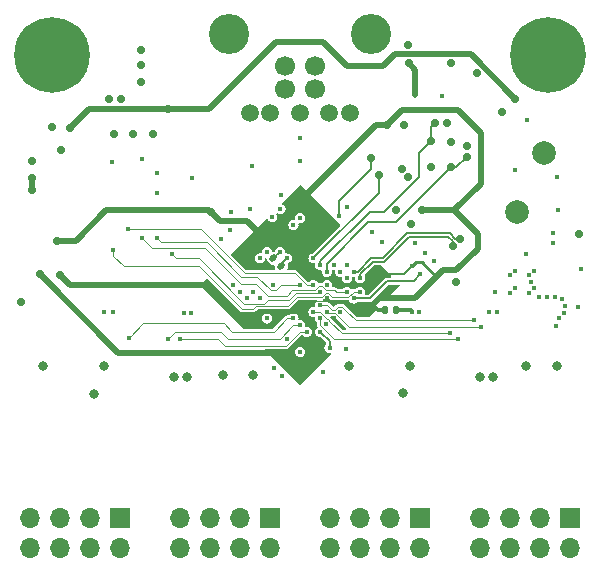
<source format=gbr>
%TF.GenerationSoftware,KiCad,Pcbnew,7.0.6*%
%TF.CreationDate,2023-10-15T13:38:33+02:00*%
%TF.ProjectId,fx3lahw,6678336c-6168-4772-9e6b-696361645f70,rev?*%
%TF.SameCoordinates,Original*%
%TF.FileFunction,Copper,L6,Bot*%
%TF.FilePolarity,Positive*%
%FSLAX46Y46*%
G04 Gerber Fmt 4.6, Leading zero omitted, Abs format (unit mm)*
G04 Created by KiCad (PCBNEW 7.0.6) date 2023-10-15 13:38:33*
%MOMM*%
%LPD*%
G01*
G04 APERTURE LIST*
G04 Aperture macros list*
%AMRoundRect*
0 Rectangle with rounded corners*
0 $1 Rounding radius*
0 $2 $3 $4 $5 $6 $7 $8 $9 X,Y pos of 4 corners*
0 Add a 4 corners polygon primitive as box body*
4,1,4,$2,$3,$4,$5,$6,$7,$8,$9,$2,$3,0*
0 Add four circle primitives for the rounded corners*
1,1,$1+$1,$2,$3*
1,1,$1+$1,$4,$5*
1,1,$1+$1,$6,$7*
1,1,$1+$1,$8,$9*
0 Add four rect primitives between the rounded corners*
20,1,$1+$1,$2,$3,$4,$5,0*
20,1,$1+$1,$4,$5,$6,$7,0*
20,1,$1+$1,$6,$7,$8,$9,0*
20,1,$1+$1,$8,$9,$2,$3,0*%
G04 Aperture macros list end*
%TA.AperFunction,ComponentPad*%
%ADD10C,1.700000*%
%TD*%
%TA.AperFunction,ComponentPad*%
%ADD11C,1.500000*%
%TD*%
%TA.AperFunction,ComponentPad*%
%ADD12C,3.400000*%
%TD*%
%TA.AperFunction,ComponentPad*%
%ADD13R,1.700000X1.700000*%
%TD*%
%TA.AperFunction,ComponentPad*%
%ADD14O,1.700000X1.700000*%
%TD*%
%TA.AperFunction,ComponentPad*%
%ADD15C,6.400000*%
%TD*%
%TA.AperFunction,SMDPad,CuDef*%
%ADD16RoundRect,0.140000X-0.140000X-0.170000X0.140000X-0.170000X0.140000X0.170000X-0.140000X0.170000X0*%
%TD*%
%TA.AperFunction,SMDPad,CuDef*%
%ADD17C,2.000000*%
%TD*%
%TA.AperFunction,SMDPad,CuDef*%
%ADD18RoundRect,0.140000X0.219203X0.021213X0.021213X0.219203X-0.219203X-0.021213X-0.021213X-0.219203X0*%
%TD*%
%TA.AperFunction,ViaPad*%
%ADD19C,0.450000*%
%TD*%
%TA.AperFunction,ViaPad*%
%ADD20C,0.700000*%
%TD*%
%TA.AperFunction,ViaPad*%
%ADD21C,0.800000*%
%TD*%
%TA.AperFunction,Conductor*%
%ADD22C,0.177300*%
%TD*%
%TA.AperFunction,Conductor*%
%ADD23C,0.500000*%
%TD*%
%TA.AperFunction,Conductor*%
%ADD24C,0.200000*%
%TD*%
%TA.AperFunction,Conductor*%
%ADD25C,0.300000*%
%TD*%
%TA.AperFunction,Conductor*%
%ADD26C,0.110000*%
%TD*%
%TA.AperFunction,Conductor*%
%ADD27C,0.250000*%
%TD*%
G04 APERTURE END LIST*
D10*
%TO.P,J1,1,VBUS*%
%TO.N,/VBUS_IN*%
X80985000Y-154384000D03*
%TO.P,J1,2,D-*%
%TO.N,/SS_D-*%
X83485000Y-154384000D03*
%TO.P,J1,3,D+*%
%TO.N,/SS_D+*%
X83485000Y-152384000D03*
%TO.P,J1,4,GND*%
%TO.N,GND*%
X80985000Y-152384000D03*
D11*
%TO.P,J1,5,SSTX-*%
%TO.N,/SSTX-*%
X86485000Y-156384000D03*
%TO.P,J1,6,SSTX+*%
%TO.N,/SSTX+*%
X84735000Y-156384000D03*
%TO.P,J1,7,DRAIN*%
%TO.N,GND*%
X82235000Y-156384000D03*
%TO.P,J1,8,SSRX-*%
%TO.N,/SSRX-*%
X79735000Y-156384000D03*
%TO.P,J1,9,SSRX+*%
%TO.N,/SSRX+*%
X77985000Y-156384000D03*
D12*
%TO.P,J1,10,SHIELD*%
%TO.N,unconnected-(J1-SHIELD-Pad10)*%
X88255000Y-149674000D03*
X76215000Y-149674000D03*
%TD*%
D13*
%TO.P,J3,1,Pin_1*%
%TO.N,Net-(J3-Pin_1)*%
X79716000Y-190707371D03*
D14*
%TO.P,J3,2,Pin_2*%
%TO.N,GND*%
X79716000Y-193247371D03*
%TO.P,J3,3,Pin_3*%
%TO.N,Net-(J3-Pin_3)*%
X77176000Y-190707371D03*
%TO.P,J3,4,Pin_4*%
%TO.N,GND*%
X77176000Y-193247371D03*
%TO.P,J3,5,Pin_5*%
%TO.N,Net-(J3-Pin_5)*%
X74636000Y-190707371D03*
%TO.P,J3,6,Pin_6*%
%TO.N,GND*%
X74636000Y-193247371D03*
%TO.P,J3,7,Pin_7*%
%TO.N,Net-(J3-Pin_7)*%
X72096000Y-190707371D03*
%TO.P,J3,8,Pin_8*%
%TO.N,GND*%
X72096000Y-193247371D03*
%TD*%
D13*
%TO.P,J5,1,Pin_1*%
%TO.N,Net-(J5-Pin_1)*%
X105116000Y-190707371D03*
D14*
%TO.P,J5,2,Pin_2*%
%TO.N,GND*%
X105116000Y-193247371D03*
%TO.P,J5,3,Pin_3*%
%TO.N,Net-(J5-Pin_3)*%
X102576000Y-190707371D03*
%TO.P,J5,4,Pin_4*%
%TO.N,GND*%
X102576000Y-193247371D03*
%TO.P,J5,5,Pin_5*%
%TO.N,Net-(J5-Pin_5)*%
X100036000Y-190707371D03*
%TO.P,J5,6,Pin_6*%
%TO.N,GND*%
X100036000Y-193247371D03*
%TO.P,J5,7,Pin_7*%
%TO.N,Net-(J5-Pin_7)*%
X97496000Y-190707371D03*
%TO.P,J5,8,Pin_8*%
%TO.N,GND*%
X97496000Y-193247371D03*
%TD*%
D15*
%TO.P,H1,1,1*%
%TO.N,GND*%
X61266000Y-151457371D03*
%TD*%
D13*
%TO.P,J4,1,Pin_1*%
%TO.N,Net-(J4-Pin_1)*%
X92416000Y-190707371D03*
D14*
%TO.P,J4,2,Pin_2*%
%TO.N,GND*%
X92416000Y-193247371D03*
%TO.P,J4,3,Pin_3*%
%TO.N,Net-(J4-Pin_3)*%
X89876000Y-190707371D03*
%TO.P,J4,4,Pin_4*%
%TO.N,GND*%
X89876000Y-193247371D03*
%TO.P,J4,5,Pin_5*%
%TO.N,Net-(J4-Pin_5)*%
X87336000Y-190707371D03*
%TO.P,J4,6,Pin_6*%
%TO.N,GND*%
X87336000Y-193247371D03*
%TO.P,J4,7,Pin_7*%
%TO.N,Net-(J4-Pin_7)*%
X84796000Y-190707371D03*
%TO.P,J4,8,Pin_8*%
%TO.N,GND*%
X84796000Y-193247371D03*
%TD*%
D13*
%TO.P,J2,1,Pin_1*%
%TO.N,Net-(J2-Pin_1)*%
X67016000Y-190707371D03*
D14*
%TO.P,J2,2,Pin_2*%
%TO.N,GND*%
X67016000Y-193247371D03*
%TO.P,J2,3,Pin_3*%
%TO.N,Net-(J2-Pin_3)*%
X64476000Y-190707371D03*
%TO.P,J2,4,Pin_4*%
%TO.N,GND*%
X64476000Y-193247371D03*
%TO.P,J2,5,Pin_5*%
%TO.N,Net-(J2-Pin_5)*%
X61936000Y-190707371D03*
%TO.P,J2,6,Pin_6*%
%TO.N,GND*%
X61936000Y-193247371D03*
%TO.P,J2,7,Pin_7*%
%TO.N,Net-(J2-Pin_7)*%
X59396000Y-190707371D03*
%TO.P,J2,8,Pin_8*%
%TO.N,GND*%
X59396000Y-193247371D03*
%TD*%
D15*
%TO.P,H2,1,1*%
%TO.N,GND*%
X103266000Y-151457371D03*
%TD*%
D16*
%TO.P,C27,1*%
%TO.N,+1V2*%
X89451864Y-173106974D03*
%TO.P,C27,2*%
%TO.N,GND*%
X90411864Y-173106974D03*
%TD*%
D17*
%TO.P,TP2,1,1*%
%TO.N,/I2C_SCL*%
X102916000Y-159757371D03*
%TD*%
%TO.P,TP1,1,1*%
%TO.N,/I2C_SDA*%
X100616000Y-164807371D03*
%TD*%
D18*
%TO.P,C16,1*%
%TO.N,+3V3*%
X80682082Y-169373453D03*
%TO.P,C16,2*%
%TO.N,GND*%
X80003260Y-168694631D03*
%TD*%
D19*
%TO.N,/SS_D+*%
X86791480Y-169826001D03*
%TO.N,/SS_D-*%
X87357165Y-170391686D03*
D20*
%TO.N,/VBUS_IN*%
X91459500Y-152176629D03*
D19*
X91995782Y-154891917D03*
D20*
%TO.N,Net-(U1A-XTALOUT)*%
X96408125Y-160096219D03*
X95050481Y-161001315D03*
D19*
X84528742Y-169826001D03*
D20*
%TO.N,GND*%
X61222518Y-157607205D03*
D19*
X80600000Y-164500000D03*
X78306205Y-171523056D03*
X102066000Y-169726000D03*
X102517523Y-171926000D03*
X78000000Y-164550000D03*
D20*
X66539957Y-158172890D03*
D19*
X78871888Y-168694630D03*
X101516000Y-156957371D03*
X101666000Y-170126000D03*
D20*
X59525463Y-160435630D03*
D19*
X85094428Y-169260316D03*
D20*
X95050481Y-152192066D03*
D19*
X89205411Y-167317960D03*
D21*
X91543001Y-177784000D03*
D19*
X82266001Y-165300518D03*
D20*
X99369315Y-156269807D03*
D19*
X80568944Y-168128945D03*
X104566000Y-173326000D03*
X75600000Y-167050000D03*
D20*
X62014477Y-159530534D03*
D19*
X72400000Y-173300000D03*
D20*
X91430097Y-161793274D03*
D19*
X106024770Y-169599727D03*
X85660113Y-169826001D03*
X82250000Y-160450000D03*
X65700000Y-173200000D03*
X104666000Y-172726000D03*
X102066000Y-171226000D03*
X84528742Y-170957372D03*
X84189329Y-178311276D03*
X70160341Y-163150918D03*
X94255388Y-154911230D03*
X80739120Y-178625914D03*
D20*
X97209316Y-152989810D03*
D21*
X71589306Y-178743946D03*
D19*
X104416000Y-172176000D03*
D20*
X91090686Y-157380931D03*
D19*
X66400000Y-173200000D03*
X101366000Y-168326000D03*
X98766000Y-171526000D03*
X88316946Y-166473380D03*
D21*
X64835000Y-180184000D03*
D20*
X91430097Y-150608148D03*
D19*
X103891000Y-174434000D03*
D20*
X67105642Y-155231328D03*
D19*
X86221346Y-164388472D03*
X78150000Y-160900004D03*
X79437573Y-173785799D03*
X70160341Y-161453863D03*
X66313683Y-160548767D03*
D21*
X97497307Y-178743946D03*
X75765999Y-178571280D03*
D19*
X86112658Y-176387947D03*
X92014412Y-167431494D03*
X98266000Y-173226000D03*
X103196345Y-171926000D03*
D21*
X65635000Y-177784000D03*
D19*
X101666000Y-171626000D03*
D20*
X93353426Y-161001315D03*
D19*
X92858919Y-168234042D03*
X92366000Y-173226000D03*
D20*
X66087409Y-155231328D03*
D19*
X68915834Y-160322493D03*
X76609146Y-170957372D03*
D20*
X69820930Y-158172890D03*
D19*
X101847459Y-170660707D03*
X77740520Y-172088741D03*
D20*
X90411864Y-164621699D03*
D21*
X101400000Y-177800000D03*
D19*
X86225799Y-169260316D03*
X78871890Y-172088741D03*
X103875167Y-171926000D03*
X93558919Y-168934042D03*
X103666000Y-167426000D03*
D20*
X95050481Y-158851712D03*
D19*
X82250000Y-158500000D03*
D20*
X94711070Y-157267794D03*
D19*
X76400000Y-164800000D03*
X104166000Y-173726000D03*
X80650000Y-163350000D03*
X84424858Y-174219486D03*
X76300000Y-166300000D03*
X91766000Y-173226000D03*
D21*
X90935000Y-180084000D03*
D19*
X82266001Y-176614226D03*
X86225799Y-170391687D03*
D20*
X96408125Y-159191123D03*
D19*
X77174832Y-171523057D03*
D20*
%TO.N,Net-(U1A-XTALIN)*%
X93692837Y-157267794D03*
D19*
X83963057Y-169260316D03*
D20*
X93353426Y-158738575D03*
%TO.N,Net-(U1A-RESET_N)*%
X88966000Y-161657371D03*
D19*
X83397371Y-168694630D03*
%TO.N,+1V2*%
X78871888Y-173220114D03*
D20*
X92561467Y-164621699D03*
D19*
X83397371Y-175482854D03*
X82266001Y-167563259D03*
D20*
X60204285Y-170052275D03*
D19*
X91769508Y-169373453D03*
X85094428Y-173785799D03*
X78306203Y-169260316D03*
X83963055Y-176727358D03*
D20*
X61675066Y-167223850D03*
X61901340Y-170082953D03*
X89619905Y-157380931D03*
X74685821Y-164734836D03*
X59525463Y-162924644D03*
D19*
X86791484Y-170957372D03*
X80003259Y-174351485D03*
X84528742Y-172088742D03*
D20*
X59525463Y-161906411D03*
D19*
%TO.N,Net-(U1C-U3TXVDDQ)*%
X85516000Y-165076000D03*
D20*
X88262261Y-160209356D03*
D19*
%TO.N,/VCC_frontend*%
X100066000Y-170126000D03*
D21*
X86443001Y-177784000D03*
D19*
X100466000Y-169726000D03*
X100466000Y-171226000D03*
D21*
X60535000Y-177784000D03*
X98567124Y-178771614D03*
D19*
X100066000Y-171626000D03*
D21*
X72659123Y-178771614D03*
X104000000Y-177800000D03*
X78235000Y-178584000D03*
D19*
%TO.N,+3V3*%
X84755014Y-176274810D03*
X104104745Y-164612980D03*
X103666000Y-166526000D03*
X81134630Y-175482855D03*
X80069277Y-177945089D03*
X73000000Y-173300000D03*
X100484361Y-161218870D03*
D20*
X90864412Y-161114452D03*
X95503029Y-170731097D03*
X68802697Y-151045259D03*
D19*
X83963057Y-174917170D03*
X80003259Y-170957372D03*
X86791484Y-172088743D03*
X79437573Y-168128945D03*
D20*
X68123875Y-158172890D03*
D19*
X79900000Y-165200000D03*
X73101903Y-161906411D03*
X103991608Y-161784555D03*
D20*
X68802697Y-153760547D03*
D19*
X98966000Y-173226000D03*
X92448330Y-170052275D03*
X81134630Y-168694630D03*
X81700315Y-165866203D03*
D20*
X68802697Y-152289766D03*
X91656371Y-165753069D03*
X58620367Y-172428152D03*
D19*
%TO.N,/I2C_SCL*%
X102916000Y-159807371D03*
%TO.N,/I2C_SDA*%
X100466000Y-164807371D03*
D20*
%TO.N,/SS_D+*%
X95782518Y-167022847D03*
%TO.N,/SS_D-*%
X95181476Y-167623889D03*
%TO.N,VBUS*%
X62794000Y-157618001D03*
X71109000Y-156016000D03*
X100500504Y-155187134D03*
X105911633Y-166658165D03*
D19*
X85660113Y-173220114D03*
X105810000Y-172826000D03*
%TO.N,Net-(J7-SWDIO{slash}TMS)*%
X71404848Y-168355220D03*
X83963055Y-171523056D03*
%TO.N,Net-(J7-SWDCLK{slash}TCK)*%
X70170000Y-166997576D03*
X82266000Y-170957371D03*
%TO.N,Net-(J7-SWO{slash}TDO)*%
X68915834Y-166997576D03*
X86225795Y-171523056D03*
%TO.N,/In_CH1*%
X96951001Y-173926000D03*
X83963057Y-172654428D03*
%TO.N,/In_CH0*%
X97598748Y-174499686D03*
X84528742Y-173220114D03*
%TO.N,/In_CH4*%
X94991001Y-175026394D03*
X83397371Y-173220114D03*
%TO.N,/In_CH3*%
X83963057Y-173785799D03*
X95666000Y-175526000D03*
%TO.N,/In_CH14*%
X81700315Y-173785799D03*
X67800000Y-175400000D03*
%TO.N,/In_CH9*%
X82266001Y-174351485D03*
X71100000Y-175500000D03*
%TO.N,/In_CH8*%
X72100000Y-175500000D03*
X82831686Y-174917170D03*
%TO.N,Net-(J7-NC{slash}TDI)*%
X83397370Y-170957371D03*
X67671327Y-166205617D03*
%TO.N,Net-(J7-~{RESET})*%
X66426820Y-168015809D03*
X87357165Y-171523056D03*
%TD*%
D22*
%TO.N,/SS_D-*%
X91483788Y-166871021D02*
X94798213Y-166871021D01*
X94798213Y-166871021D02*
X95181476Y-167254284D01*
%TO.N,/SS_D+*%
X95412913Y-167022847D02*
X95782518Y-167022847D01*
%TO.N,/SS_D-*%
X95181476Y-167254284D02*
X95181476Y-167623889D01*
%TO.N,/SS_D+*%
X91348212Y-166543721D02*
X94933787Y-166543721D01*
X94933787Y-166543721D02*
X95412913Y-167022847D01*
%TO.N,/SS_D-*%
X89383788Y-168971021D02*
X91483788Y-166871021D01*
%TO.N,/SS_D+*%
X89248212Y-168643721D02*
X91348212Y-166543721D01*
%TO.N,/SS_D-*%
X88443582Y-168971021D02*
X89383788Y-168971021D01*
%TO.N,/SS_D+*%
X88308008Y-168643721D02*
X89248212Y-168643721D01*
%TO.N,/SS_D-*%
X87357165Y-170057438D02*
X88443582Y-168971021D01*
%TO.N,/SS_D+*%
X86791480Y-169826001D02*
X87125728Y-169826001D01*
X87125728Y-169826001D02*
X88308008Y-168643721D01*
%TO.N,/SS_D-*%
X87357165Y-170391686D02*
X87357165Y-170057438D01*
D23*
%TO.N,/VBUS_IN*%
X91995782Y-152712911D02*
X91995782Y-154891917D01*
X91459500Y-152176629D02*
X91995782Y-152712911D01*
D24*
%TO.N,Net-(U1A-XTALOUT)*%
X84528742Y-169826001D02*
X84528742Y-169147177D01*
X96408125Y-160096219D02*
X95503029Y-161001315D01*
X95503029Y-161001315D02*
X95050481Y-161001315D01*
X90411864Y-165639932D02*
X95050481Y-161001315D01*
X84528742Y-169147177D02*
X88035987Y-165639932D01*
X88035987Y-165639932D02*
X90411864Y-165639932D01*
%TO.N,GND*%
X80003260Y-168694631D02*
X80003260Y-168694629D01*
D25*
X90411864Y-173106974D02*
X91646974Y-173106974D01*
X91646974Y-173106974D02*
X91766000Y-173226000D01*
D24*
X80003260Y-168694629D02*
X80568944Y-168128945D01*
%TO.N,Net-(U1A-XTALIN)*%
X83963057Y-168920903D02*
X88149124Y-164734836D01*
X92335193Y-159756808D02*
X93353426Y-158738575D01*
X83963057Y-169260316D02*
X83963057Y-168920903D01*
X92335193Y-161793274D02*
X92335193Y-159756808D01*
X89393631Y-164734836D02*
X92335193Y-161793274D01*
X88149124Y-164734836D02*
X89393631Y-164734836D01*
X93353426Y-157607205D02*
X93353426Y-158738575D01*
X93692837Y-157267794D02*
X93353426Y-157607205D01*
%TO.N,Net-(U1A-RESET_N)*%
X88966000Y-163126001D02*
X83397371Y-168694630D01*
X88966000Y-161657371D02*
X88966000Y-163126001D01*
D23*
%TO.N,+1V2*%
X91995782Y-172088741D02*
X89167356Y-172088741D01*
X97539495Y-162358959D02*
X95276755Y-164621699D01*
D25*
X88827946Y-173106974D02*
X88488535Y-172767563D01*
X89451864Y-173106974D02*
X88827946Y-173106974D01*
D26*
X84353056Y-172264428D02*
X82429724Y-172264428D01*
D23*
X63258984Y-167223850D02*
X61675066Y-167223850D01*
D27*
X91769508Y-169373453D02*
X92108919Y-169034042D01*
D24*
X91090686Y-170052275D02*
X91769508Y-169373453D01*
D23*
X90864412Y-156136424D02*
X95616166Y-156136424D01*
X80229534Y-176727358D02*
X66879368Y-176727358D01*
D27*
X92561467Y-169034042D02*
X93805974Y-170278549D01*
D23*
X95503029Y-169712864D02*
X94371659Y-169712864D01*
X77740520Y-165526795D02*
X75477780Y-165526795D01*
D26*
X84528742Y-172088742D02*
X84353056Y-172264428D01*
D23*
X89619905Y-157380931D02*
X90864412Y-156136424D01*
X59525463Y-161906411D02*
X59525463Y-162924644D01*
X92561467Y-164621699D02*
X95276755Y-164621699D01*
D24*
X86791484Y-170957372D02*
X88149123Y-170957372D01*
D27*
X92108919Y-169034042D02*
X92561467Y-169034042D01*
D23*
X89619905Y-157380931D02*
X88714809Y-157380931D01*
X74233273Y-170957371D02*
X62775758Y-170957371D01*
X78871890Y-166658165D02*
X77740520Y-165526795D01*
X65861135Y-164621699D02*
X63258984Y-167223850D01*
X97313221Y-167902672D02*
X95503029Y-169712864D01*
D26*
X82429724Y-172264428D02*
X82152863Y-172541289D01*
D23*
X88714809Y-157380931D02*
X82266000Y-163829740D01*
X95276755Y-164621699D02*
X97313221Y-166658165D01*
X74572684Y-164621699D02*
X65861135Y-164621699D01*
X75477780Y-165526795D02*
X74572684Y-164621699D01*
X97539495Y-158059753D02*
X97539495Y-162358959D01*
X97313221Y-166658165D02*
X97313221Y-167902672D01*
X66879368Y-176727358D02*
X60204285Y-170052275D01*
D24*
X88149123Y-170957372D02*
X89054220Y-170052275D01*
D23*
X94371659Y-169712864D02*
X91995782Y-172088741D01*
D24*
X89054220Y-170052275D02*
X91090686Y-170052275D01*
D23*
X95616166Y-156136424D02*
X97539495Y-158059753D01*
X62775758Y-170957371D02*
X61901340Y-170082953D01*
D24*
%TO.N,Net-(U1C-U3TXVDDQ)*%
X88262261Y-161114452D02*
X85516000Y-163860713D01*
X85516000Y-163860713D02*
X85516000Y-165076000D01*
X88262261Y-160209356D02*
X88262261Y-161114452D01*
%TO.N,+3V3*%
X89619905Y-170617960D02*
X88149122Y-172088743D01*
X84755014Y-176274810D02*
X84755014Y-175709127D01*
X84755014Y-175709127D02*
X83963057Y-174917170D01*
X80682082Y-169147178D02*
X81134630Y-168694630D01*
X80682082Y-169373453D02*
X80682082Y-169147178D01*
X88149122Y-172088743D02*
X86791484Y-172088743D01*
X92448330Y-170052275D02*
X91882645Y-170617960D01*
X91882645Y-170617960D02*
X89619905Y-170617960D01*
D23*
%TO.N,VBUS*%
X89280494Y-152402903D02*
X86225795Y-152402903D01*
X96693299Y-151384670D02*
X90298727Y-151384670D01*
X80229534Y-150366437D02*
X74579971Y-156016000D01*
X100500504Y-155187134D02*
X100495763Y-155187134D01*
X71109000Y-156016000D02*
X64396001Y-156016000D01*
X90298727Y-151384670D02*
X89280494Y-152402903D01*
X84189329Y-150366437D02*
X80229534Y-150366437D01*
X64396001Y-156016000D02*
X62794000Y-157618001D01*
X74579971Y-156016000D02*
X71109000Y-156016000D01*
X100495763Y-155187134D02*
X96693299Y-151384670D01*
X86225795Y-152402903D02*
X84189329Y-150366437D01*
D26*
%TO.N,Net-(J7-SWDIO{slash}TMS)*%
X77514246Y-172541289D02*
X79211301Y-172541289D01*
X73667588Y-168694631D02*
X77514246Y-172541289D01*
X71744259Y-168694631D02*
X73667588Y-168694631D01*
X81926589Y-171636193D02*
X83849918Y-171636193D01*
X83849918Y-171636193D02*
X83963055Y-171523056D01*
X71404848Y-168355220D02*
X71744259Y-168694631D01*
X79211301Y-172541289D02*
X79550712Y-172201878D01*
X79550712Y-172201878D02*
X81360905Y-172201878D01*
X81360905Y-172201878D02*
X81926589Y-171636193D01*
%TO.N,Net-(J7-SWDCLK{slash}TCK)*%
X78645616Y-170278549D02*
X79776986Y-171409919D01*
X70509411Y-167336987D02*
X74346410Y-167336987D01*
X79776986Y-171409919D02*
X80229534Y-171409919D01*
X77287972Y-170278549D02*
X78645616Y-170278549D01*
X80682082Y-170957371D02*
X82266000Y-170957371D01*
X70170000Y-166997576D02*
X70509411Y-167336987D01*
X74346410Y-167336987D02*
X77287972Y-170278549D01*
X80229534Y-171409919D02*
X80682082Y-170957371D01*
%TO.N,Net-(J7-SWO{slash}TDO)*%
X77287972Y-170844234D02*
X78532479Y-170844234D01*
X83510507Y-171409919D02*
X83849918Y-171070508D01*
X69707793Y-167789535D02*
X74233273Y-167789535D01*
X79550712Y-171862467D02*
X81134630Y-171862467D01*
X78532479Y-170844234D02*
X79550712Y-171862467D01*
X83849918Y-171070508D02*
X84076192Y-171070508D01*
X84076192Y-171070508D02*
X84415603Y-171409919D01*
X68915834Y-166997576D02*
X69707793Y-167789535D01*
X81587178Y-171409919D02*
X83510507Y-171409919D01*
X85207562Y-171409919D02*
X85320699Y-171523056D01*
X81134630Y-171862467D02*
X81587178Y-171409919D01*
X74233273Y-167789535D02*
X77287972Y-170844234D01*
X84415603Y-171409919D02*
X85207562Y-171409919D01*
X85320699Y-171523056D02*
X86225795Y-171523056D01*
%TO.N,/In_CH1*%
X85474229Y-172800991D02*
X85835209Y-172800991D01*
X83963057Y-172654428D02*
X84560586Y-172654428D01*
X86960218Y-173926000D02*
X96951001Y-173926000D01*
X86189419Y-173155201D02*
X86960218Y-173926000D01*
X85835209Y-172800991D02*
X86189419Y-173155201D01*
X84935017Y-173028859D02*
X85246361Y-173028859D01*
X85246361Y-173028859D02*
X85474229Y-172800991D01*
X84560586Y-172654428D02*
X84935017Y-173028859D01*
%TO.N,/In_CH0*%
X84643804Y-173335176D02*
X84528742Y-173220114D01*
X85210090Y-173335176D02*
X84643804Y-173335176D01*
X86374600Y-174499686D02*
X85210090Y-173335176D01*
X97598748Y-174499686D02*
X86374600Y-174499686D01*
%TO.N,/In_CH4*%
X83397371Y-173220114D02*
X83966969Y-173220114D01*
X85783310Y-175026394D02*
X94991001Y-175026394D01*
X84586402Y-173829486D02*
X84814858Y-174057942D01*
X84576341Y-173829486D02*
X84586402Y-173829486D01*
X84814858Y-174057942D02*
X85783310Y-175026394D01*
X83966969Y-173220114D02*
X84576341Y-173829486D01*
%TO.N,/In_CH3*%
X83963057Y-174346518D02*
X84454269Y-174837731D01*
X84454269Y-174837731D02*
X85142538Y-175526000D01*
X85142538Y-175526000D02*
X95666000Y-175526000D01*
X83963057Y-173785799D02*
X83963057Y-174346518D01*
%TO.N,/In_CH14*%
X81700315Y-173785799D02*
X81158669Y-173785799D01*
X81158669Y-173785799D02*
X80044468Y-174900000D01*
X76500000Y-174900000D02*
X75800000Y-174200000D01*
X80044468Y-174900000D02*
X76500000Y-174900000D01*
X69000000Y-174200000D02*
X67800000Y-175400000D01*
X75800000Y-174200000D02*
X69000000Y-174200000D01*
%TO.N,/In_CH9*%
X71700000Y-174900000D02*
X71100000Y-175500000D01*
X75600000Y-174900000D02*
X71700000Y-174900000D01*
X82266001Y-174351485D02*
X81670390Y-174351485D01*
X81670390Y-174351485D02*
X80521875Y-175500000D01*
X76200000Y-175500000D02*
X75600000Y-174900000D01*
X80521875Y-175500000D02*
X76200000Y-175500000D01*
%TO.N,/In_CH8*%
X81080842Y-176100000D02*
X79700000Y-176100000D01*
X82831686Y-174917170D02*
X82263672Y-174917170D01*
X82263672Y-174917170D02*
X81080842Y-176100000D01*
X79700000Y-176100000D02*
X75900000Y-176100000D01*
X75300000Y-175500000D02*
X72100000Y-175500000D01*
X75900000Y-176100000D02*
X75300000Y-175500000D01*
%TO.N,Net-(J7-NC{slash}TDI)*%
X81813452Y-169939138D02*
X82831685Y-170957371D01*
X77627383Y-169939138D02*
X81813452Y-169939138D01*
X67671327Y-166205617D02*
X73893862Y-166205617D01*
X73893862Y-166205617D02*
X77627383Y-169939138D01*
X82831685Y-170957371D02*
X83397370Y-170957371D01*
%TO.N,Net-(J7-~{RESET})*%
X77344540Y-172993837D02*
X73724156Y-169373453D01*
X81247767Y-172767563D02*
X78532479Y-172767563D01*
X84076192Y-171975604D02*
X82039726Y-171975604D01*
X78306205Y-172993837D02*
X77344540Y-172993837D01*
X84641877Y-171636193D02*
X84415603Y-171636193D01*
X86338932Y-171975604D02*
X84981288Y-171975604D01*
X66426820Y-168468357D02*
X66426820Y-168015809D01*
X86791480Y-171523056D02*
X86338932Y-171975604D01*
X73724156Y-169373453D02*
X67331916Y-169373453D01*
X84981288Y-171975604D02*
X84641877Y-171636193D01*
X87357165Y-171523056D02*
X86791480Y-171523056D01*
X82039726Y-171975604D02*
X81247767Y-172767563D01*
X78532479Y-172767563D02*
X78306205Y-172993837D01*
X67331916Y-169373453D02*
X66426820Y-168468357D01*
X84415603Y-171636193D02*
X84076192Y-171975604D01*
%TD*%
%TA.AperFunction,Conductor*%
%TO.N,+1V2*%
G36*
X74406178Y-170418397D02*
G01*
X74416059Y-170426688D01*
X77140922Y-173151550D01*
X77150125Y-173162764D01*
X77160333Y-173178042D01*
X77160335Y-173178044D01*
X77212748Y-173213064D01*
X77244846Y-173234512D01*
X77244848Y-173234513D01*
X77319369Y-173249337D01*
X77344539Y-173254344D01*
X77344540Y-173254344D01*
X77344541Y-173254344D01*
X77362563Y-173250759D01*
X77377000Y-173249337D01*
X78273745Y-173249337D01*
X78288182Y-173250759D01*
X78306204Y-173254344D01*
X78306204Y-173254343D01*
X78306205Y-173254344D01*
X78405896Y-173234513D01*
X78469075Y-173192299D01*
X78469075Y-173192298D01*
X78484487Y-173182001D01*
X78484487Y-173182000D01*
X78490411Y-173178043D01*
X78500617Y-173162766D01*
X78509820Y-173151553D01*
X78616638Y-173044737D01*
X78662514Y-173023345D01*
X78668963Y-173023063D01*
X81215307Y-173023063D01*
X81229744Y-173024485D01*
X81247766Y-173028070D01*
X81247766Y-173028069D01*
X81247767Y-173028070D01*
X81347458Y-173008239D01*
X81410637Y-172966025D01*
X81410637Y-172966024D01*
X81426049Y-172955727D01*
X81426049Y-172955726D01*
X81431973Y-172951769D01*
X81442179Y-172936493D01*
X81451377Y-172925283D01*
X82123882Y-172252778D01*
X82169760Y-172231386D01*
X82176209Y-172231104D01*
X83605981Y-172231104D01*
X83653547Y-172248417D01*
X83678857Y-172292254D01*
X83670067Y-172342104D01*
X83658307Y-172357430D01*
X83614529Y-172401207D01*
X83614528Y-172401208D01*
X83553338Y-172521301D01*
X83553337Y-172521301D01*
X83532253Y-172654428D01*
X83541703Y-172714095D01*
X83532044Y-172763784D01*
X83492706Y-172795640D01*
X83457038Y-172798760D01*
X83397371Y-172789310D01*
X83264244Y-172810394D01*
X83264244Y-172810395D01*
X83144151Y-172871585D01*
X83048842Y-172966894D01*
X82987652Y-173086987D01*
X82987651Y-173086987D01*
X82966567Y-173220114D01*
X82987651Y-173353240D01*
X83048647Y-173472950D01*
X83048843Y-173473334D01*
X83144151Y-173568642D01*
X83264244Y-173629832D01*
X83264244Y-173629833D01*
X83285329Y-173633172D01*
X83397371Y-173650918D01*
X83457039Y-173641467D01*
X83506726Y-173651125D01*
X83538582Y-173690463D01*
X83541703Y-173726132D01*
X83532253Y-173785798D01*
X83553337Y-173918925D01*
X83614528Y-174039018D01*
X83685883Y-174110373D01*
X83707275Y-174156249D01*
X83707557Y-174162699D01*
X83707557Y-174314058D01*
X83706135Y-174328495D01*
X83702550Y-174346517D01*
X83713188Y-174399995D01*
X83722381Y-174446209D01*
X83733959Y-174463537D01*
X83745990Y-174512706D01*
X83723601Y-174558104D01*
X83714219Y-174564768D01*
X83714547Y-174565220D01*
X83709837Y-174568641D01*
X83614528Y-174663950D01*
X83553338Y-174784043D01*
X83553337Y-174784043D01*
X83532253Y-174917170D01*
X83553337Y-175050296D01*
X83609493Y-175160507D01*
X83614529Y-175170390D01*
X83709837Y-175265698D01*
X83829931Y-175326889D01*
X83946239Y-175345310D01*
X83986989Y-175366073D01*
X84432840Y-175811923D01*
X84454232Y-175857799D01*
X84454514Y-175864249D01*
X84454514Y-175942910D01*
X84437201Y-175990476D01*
X84432846Y-175995228D01*
X84406486Y-176021590D01*
X84406485Y-176021591D01*
X84345294Y-176141686D01*
X84324210Y-176274810D01*
X84345294Y-176407936D01*
X84402941Y-176521073D01*
X84406486Y-176528030D01*
X84501794Y-176623338D01*
X84621887Y-176684528D01*
X84621887Y-176684529D01*
X84642972Y-176687868D01*
X84755014Y-176705614D01*
X84824761Y-176694567D01*
X84874450Y-176704226D01*
X84906305Y-176743564D01*
X84905422Y-176794175D01*
X84888663Y-176819982D01*
X82318325Y-179390319D01*
X82272449Y-179411711D01*
X82223554Y-179398610D01*
X82213673Y-179390319D01*
X79437580Y-176614226D01*
X81835197Y-176614226D01*
X81856281Y-176747352D01*
X81917472Y-176867445D01*
X81917473Y-176867446D01*
X82012781Y-176962754D01*
X82132874Y-177023944D01*
X82132874Y-177023945D01*
X82151076Y-177026827D01*
X82266001Y-177045030D01*
X82399127Y-177023945D01*
X82519221Y-176962754D01*
X82614529Y-176867446D01*
X82675720Y-176747352D01*
X82696805Y-176614226D01*
X82675720Y-176481100D01*
X82675720Y-176481099D01*
X82614529Y-176361006D01*
X82519220Y-176265697D01*
X82399127Y-176204507D01*
X82399127Y-176204506D01*
X82266001Y-176183422D01*
X82132874Y-176204506D01*
X82132874Y-176204507D01*
X82012781Y-176265697D01*
X81917472Y-176361006D01*
X81856282Y-176481099D01*
X81856281Y-176481099D01*
X81835197Y-176614226D01*
X79437580Y-176614226D01*
X79305180Y-176481826D01*
X79283788Y-176435950D01*
X79296889Y-176387055D01*
X79338353Y-176358021D01*
X79357506Y-176355500D01*
X79674833Y-176355500D01*
X81048382Y-176355500D01*
X81062819Y-176356922D01*
X81080841Y-176360507D01*
X81080841Y-176360506D01*
X81080842Y-176360507D01*
X81180533Y-176340676D01*
X81243712Y-176298462D01*
X81243712Y-176298461D01*
X81259124Y-176288164D01*
X81259124Y-176288163D01*
X81265048Y-176284206D01*
X81275255Y-176268927D01*
X81284451Y-176257720D01*
X82347828Y-175194344D01*
X82393706Y-175172952D01*
X82400155Y-175172670D01*
X82454786Y-175172670D01*
X82502352Y-175189983D01*
X82507112Y-175194344D01*
X82578466Y-175265698D01*
X82698559Y-175326888D01*
X82698559Y-175326889D01*
X82719644Y-175330228D01*
X82831686Y-175347974D01*
X82964812Y-175326889D01*
X83084906Y-175265698D01*
X83180214Y-175170390D01*
X83241405Y-175050296D01*
X83262490Y-174917170D01*
X83243981Y-174800309D01*
X83241405Y-174784043D01*
X83180214Y-174663950D01*
X83084905Y-174568641D01*
X82964812Y-174507451D01*
X82964812Y-174507450D01*
X82831686Y-174486366D01*
X82772019Y-174495816D01*
X82722330Y-174486157D01*
X82690474Y-174446819D01*
X82687354Y-174411154D01*
X82696805Y-174351485D01*
X82678602Y-174236553D01*
X82675720Y-174218358D01*
X82614529Y-174098265D01*
X82519220Y-174002956D01*
X82399127Y-173941766D01*
X82399127Y-173941765D01*
X82266001Y-173920681D01*
X82206333Y-173930131D01*
X82156644Y-173920472D01*
X82124788Y-173881134D01*
X82121668Y-173845468D01*
X82131119Y-173785799D01*
X82112242Y-173666615D01*
X82110034Y-173652672D01*
X82048843Y-173532579D01*
X81953534Y-173437270D01*
X81833441Y-173376080D01*
X81833441Y-173376079D01*
X81700315Y-173354995D01*
X81567188Y-173376079D01*
X81567188Y-173376080D01*
X81447095Y-173437270D01*
X81447094Y-173437271D01*
X81375741Y-173508625D01*
X81329865Y-173530017D01*
X81323415Y-173530299D01*
X81191129Y-173530299D01*
X81176692Y-173528877D01*
X81158670Y-173525292D01*
X81158668Y-173525292D01*
X81058975Y-173545123D01*
X81036416Y-173560198D01*
X80974463Y-173601592D01*
X80974460Y-173601595D01*
X80964253Y-173616871D01*
X80955052Y-173628083D01*
X79960310Y-174622826D01*
X79914434Y-174644218D01*
X79907984Y-174644500D01*
X77498506Y-174644500D01*
X77450940Y-174627187D01*
X77446180Y-174622826D01*
X76609153Y-173785799D01*
X79006769Y-173785799D01*
X79027853Y-173918925D01*
X79089044Y-174039018D01*
X79089045Y-174039019D01*
X79184353Y-174134327D01*
X79304446Y-174195517D01*
X79304446Y-174195518D01*
X79322648Y-174198400D01*
X79437573Y-174216603D01*
X79570699Y-174195518D01*
X79690793Y-174134327D01*
X79786101Y-174039019D01*
X79847292Y-173918925D01*
X79868377Y-173785799D01*
X79849500Y-173666615D01*
X79847292Y-173652672D01*
X79786101Y-173532579D01*
X79690792Y-173437270D01*
X79570699Y-173376080D01*
X79570699Y-173376079D01*
X79437573Y-173354995D01*
X79304446Y-173376079D01*
X79304446Y-173376080D01*
X79184353Y-173437270D01*
X79089044Y-173532579D01*
X79027854Y-173652672D01*
X79027853Y-173652672D01*
X79006769Y-173785799D01*
X76609153Y-173785799D01*
X73833050Y-171009696D01*
X73811658Y-170963820D01*
X73824759Y-170914925D01*
X73833039Y-170905056D01*
X74311408Y-170426687D01*
X74357284Y-170405296D01*
X74406178Y-170418397D01*
G37*
%TD.AperFunction*%
%TA.AperFunction,Conductor*%
G36*
X85121172Y-173607989D02*
G01*
X85125932Y-173612350D01*
X86158150Y-174644568D01*
X86179542Y-174690444D01*
X86166441Y-174739339D01*
X86124977Y-174768373D01*
X86105824Y-174770894D01*
X85919794Y-174770894D01*
X85872228Y-174753581D01*
X85867468Y-174749220D01*
X84835250Y-173717002D01*
X84813858Y-173671126D01*
X84826959Y-173622231D01*
X84868423Y-173593197D01*
X84887576Y-173590676D01*
X85073606Y-173590676D01*
X85121172Y-173607989D01*
G37*
%TD.AperFunction*%
%TA.AperFunction,Conductor*%
G36*
X90659100Y-170935773D02*
G01*
X90684410Y-170979610D01*
X90675620Y-171029460D01*
X90663860Y-171044786D01*
X89433344Y-172275300D01*
X89387467Y-172296692D01*
X89381019Y-172296974D01*
X89247228Y-172296975D01*
X89210947Y-172299829D01*
X89055667Y-172344942D01*
X88916486Y-172427254D01*
X88802144Y-172541596D01*
X88719832Y-172680777D01*
X88674719Y-172836057D01*
X88671864Y-172872336D01*
X88671864Y-173006129D01*
X88654551Y-173053695D01*
X88650190Y-173058455D01*
X88059819Y-173648826D01*
X88013943Y-173670218D01*
X88007493Y-173670500D01*
X87096701Y-173670500D01*
X87049135Y-173653187D01*
X87044375Y-173648826D01*
X86352289Y-172956739D01*
X86038824Y-172643274D01*
X86029620Y-172632059D01*
X86019414Y-172616784D01*
X85940960Y-172564364D01*
X85938127Y-172562039D01*
X85934898Y-172560313D01*
X85835209Y-172540484D01*
X85835208Y-172540484D01*
X85817186Y-172544069D01*
X85802749Y-172545491D01*
X85506689Y-172545491D01*
X85492252Y-172544069D01*
X85474230Y-172540484D01*
X85474228Y-172540484D01*
X85371466Y-172560924D01*
X85365408Y-172566415D01*
X85290023Y-172616784D01*
X85290020Y-172616787D01*
X85279815Y-172632060D01*
X85270614Y-172643271D01*
X85162203Y-172751684D01*
X85116327Y-172773077D01*
X85109877Y-172773359D01*
X85071500Y-172773359D01*
X85023934Y-172756046D01*
X85019174Y-172751685D01*
X84899549Y-172632060D01*
X84764201Y-172496711D01*
X84755000Y-172485499D01*
X84744792Y-172470222D01*
X84744790Y-172470221D01*
X84744790Y-172470220D01*
X84744789Y-172470219D01*
X84660277Y-172413751D01*
X84656773Y-172412689D01*
X84653128Y-172412330D01*
X84628498Y-172407430D01*
X84560586Y-172393921D01*
X84560585Y-172393921D01*
X84542563Y-172397506D01*
X84528126Y-172398928D01*
X84339957Y-172398928D01*
X84292391Y-172381615D01*
X84287631Y-172377254D01*
X84212159Y-172301782D01*
X84213657Y-172300283D01*
X84190262Y-172265606D01*
X84195548Y-172215264D01*
X84220948Y-172186168D01*
X84239062Y-172174066D01*
X84239062Y-172174065D01*
X84260398Y-172159810D01*
X84270604Y-172144533D01*
X84279801Y-172133325D01*
X84476416Y-171936711D01*
X84522289Y-171915321D01*
X84571184Y-171928422D01*
X84581065Y-171936713D01*
X84777672Y-172133320D01*
X84786875Y-172144534D01*
X84797082Y-172159810D01*
X84818417Y-172174065D01*
X84818418Y-172174066D01*
X84881597Y-172216280D01*
X84981288Y-172236111D01*
X84999311Y-172232526D01*
X85013748Y-172231104D01*
X86306472Y-172231104D01*
X86320909Y-172232526D01*
X86338931Y-172236111D01*
X86343674Y-172236111D01*
X86391240Y-172253424D01*
X86409608Y-172276515D01*
X86424581Y-172305900D01*
X86442956Y-172341963D01*
X86538264Y-172437271D01*
X86658357Y-172498461D01*
X86658357Y-172498462D01*
X86676559Y-172501344D01*
X86791484Y-172519547D01*
X86924610Y-172498462D01*
X87044704Y-172437271D01*
X87071057Y-172410917D01*
X87116934Y-172389525D01*
X87123384Y-172389243D01*
X88088035Y-172389243D01*
X88100011Y-172391196D01*
X88100099Y-172390569D01*
X88106887Y-172391516D01*
X88155225Y-172389281D01*
X88156910Y-172389243D01*
X88176964Y-172389243D01*
X88176966Y-172389243D01*
X88181309Y-172388430D01*
X88186388Y-172387840D01*
X88219114Y-172386328D01*
X88230761Y-172381184D01*
X88247049Y-172376141D01*
X88259555Y-172373804D01*
X88287403Y-172356561D01*
X88291916Y-172354181D01*
X88321887Y-172340949D01*
X88330883Y-172331951D01*
X88344260Y-172321357D01*
X88355074Y-172314662D01*
X88365932Y-172300283D01*
X88374809Y-172288526D01*
X88378173Y-172284662D01*
X89722702Y-170940134D01*
X89768579Y-170918742D01*
X89775028Y-170918460D01*
X90611534Y-170918460D01*
X90659100Y-170935773D01*
G37*
%TD.AperFunction*%
%TA.AperFunction,Conductor*%
G36*
X82308444Y-162516130D02*
G01*
X82318325Y-162524421D01*
X85678140Y-165884236D01*
X85699532Y-165930112D01*
X85686431Y-165979007D01*
X85678140Y-165988888D01*
X83421302Y-168245726D01*
X83380553Y-168266489D01*
X83264244Y-168284911D01*
X83144151Y-168346101D01*
X83048842Y-168441410D01*
X82987652Y-168561503D01*
X82987651Y-168561503D01*
X82966567Y-168694630D01*
X82987651Y-168827756D01*
X83048842Y-168947849D01*
X83048843Y-168947850D01*
X83144151Y-169043158D01*
X83264244Y-169104348D01*
X83264244Y-169104349D01*
X83275603Y-169106148D01*
X83397371Y-169125434D01*
X83457039Y-169115983D01*
X83506726Y-169125641D01*
X83538582Y-169164979D01*
X83541703Y-169200648D01*
X83532253Y-169260315D01*
X83553337Y-169393442D01*
X83601411Y-169487791D01*
X83614529Y-169513536D01*
X83709837Y-169608844D01*
X83829930Y-169670034D01*
X83829930Y-169670035D01*
X83851014Y-169673374D01*
X83963057Y-169691120D01*
X84022724Y-169681669D01*
X84072411Y-169691327D01*
X84104267Y-169730665D01*
X84107388Y-169766334D01*
X84097938Y-169826000D01*
X84119022Y-169959127D01*
X84180213Y-170079220D01*
X84180214Y-170079221D01*
X84275522Y-170174529D01*
X84395615Y-170235719D01*
X84395615Y-170235720D01*
X84413817Y-170238602D01*
X84528742Y-170256805D01*
X84661868Y-170235720D01*
X84781962Y-170174529D01*
X84877270Y-170079221D01*
X84938461Y-169959127D01*
X84959546Y-169826001D01*
X84950095Y-169766332D01*
X84959753Y-169716646D01*
X84999091Y-169684790D01*
X85034758Y-169681669D01*
X85094428Y-169691120D01*
X85154095Y-169681669D01*
X85203782Y-169691327D01*
X85235638Y-169730665D01*
X85238759Y-169766334D01*
X85229309Y-169826000D01*
X85250393Y-169959127D01*
X85311584Y-170079220D01*
X85311585Y-170079221D01*
X85406893Y-170174529D01*
X85526986Y-170235719D01*
X85526986Y-170235720D01*
X85548070Y-170239059D01*
X85660113Y-170256805D01*
X85719781Y-170247354D01*
X85769468Y-170257012D01*
X85801324Y-170296350D01*
X85804445Y-170332019D01*
X85794995Y-170391686D01*
X85816079Y-170524813D01*
X85877270Y-170644906D01*
X85877271Y-170644907D01*
X85972579Y-170740215D01*
X86092672Y-170801405D01*
X86092672Y-170801406D01*
X86109796Y-170804118D01*
X86225799Y-170822491D01*
X86358925Y-170801406D01*
X86479019Y-170740215D01*
X86574327Y-170644907D01*
X86635518Y-170524813D01*
X86656603Y-170391687D01*
X86647152Y-170332018D01*
X86656810Y-170282332D01*
X86696148Y-170250476D01*
X86731815Y-170247355D01*
X86791480Y-170256805D01*
X86851147Y-170247354D01*
X86900834Y-170257012D01*
X86932690Y-170296350D01*
X86935811Y-170332019D01*
X86926361Y-170391685D01*
X86947445Y-170524812D01*
X86990262Y-170608844D01*
X87008637Y-170644906D01*
X87103945Y-170740214D01*
X87224038Y-170801404D01*
X87224038Y-170801405D01*
X87241168Y-170804118D01*
X87357165Y-170822490D01*
X87490291Y-170801405D01*
X87610385Y-170740214D01*
X87705693Y-170644906D01*
X87766884Y-170524812D01*
X87787969Y-170391686D01*
X87766884Y-170258560D01*
X87766884Y-170258559D01*
X87723135Y-170172698D01*
X87716966Y-170122457D01*
X87736741Y-170086779D01*
X88541677Y-169281845D01*
X88587555Y-169260453D01*
X88594004Y-169260171D01*
X89023423Y-169260171D01*
X89070989Y-169277484D01*
X89075749Y-169281845D01*
X89985038Y-170191134D01*
X90006430Y-170237010D01*
X89993329Y-170285905D01*
X89951865Y-170314939D01*
X89932712Y-170317460D01*
X89680992Y-170317460D01*
X89669015Y-170315506D01*
X89668928Y-170316134D01*
X89662139Y-170315186D01*
X89630876Y-170316632D01*
X89613801Y-170317421D01*
X89612117Y-170317460D01*
X89592054Y-170317460D01*
X89587720Y-170318271D01*
X89582628Y-170318862D01*
X89557236Y-170320036D01*
X89549911Y-170320375D01*
X89538263Y-170325518D01*
X89521977Y-170330560D01*
X89519969Y-170330936D01*
X89509474Y-170332898D01*
X89509468Y-170332900D01*
X89481634Y-170350133D01*
X89477100Y-170352524D01*
X89447141Y-170365753D01*
X89447138Y-170365755D01*
X89438135Y-170374757D01*
X89424777Y-170385337D01*
X89413955Y-170392039D01*
X89413949Y-170392044D01*
X89394218Y-170418172D01*
X89390851Y-170422041D01*
X88046325Y-171766569D01*
X88000449Y-171787961D01*
X87993999Y-171788243D01*
X87820352Y-171788243D01*
X87772786Y-171770930D01*
X87747476Y-171727093D01*
X87754418Y-171680648D01*
X87755246Y-171679022D01*
X87766884Y-171656182D01*
X87787969Y-171523056D01*
X87766884Y-171389930D01*
X87766884Y-171389929D01*
X87705693Y-171269836D01*
X87610384Y-171174527D01*
X87490291Y-171113337D01*
X87490291Y-171113336D01*
X87357165Y-171092252D01*
X87224038Y-171113336D01*
X87224038Y-171113337D01*
X87103945Y-171174527D01*
X87103944Y-171174528D01*
X87032591Y-171245882D01*
X86986715Y-171267274D01*
X86980265Y-171267556D01*
X86823940Y-171267556D01*
X86809503Y-171266134D01*
X86791481Y-171262549D01*
X86791479Y-171262549D01*
X86688717Y-171282989D01*
X86682658Y-171288481D01*
X86678005Y-171291590D01*
X86628836Y-171303621D01*
X86583438Y-171281233D01*
X86577023Y-171273553D01*
X86574323Y-171269837D01*
X86574323Y-171269836D01*
X86479015Y-171174528D01*
X86479014Y-171174527D01*
X86358921Y-171113337D01*
X86358921Y-171113336D01*
X86225795Y-171092252D01*
X86092668Y-171113336D01*
X86092668Y-171113337D01*
X85972575Y-171174527D01*
X85972574Y-171174528D01*
X85901221Y-171245882D01*
X85855345Y-171267274D01*
X85848895Y-171267556D01*
X85459280Y-171267556D01*
X85411714Y-171250243D01*
X85397750Y-171234666D01*
X85391768Y-171225713D01*
X85391767Y-171225712D01*
X85307253Y-171169243D01*
X85290744Y-171165959D01*
X85207562Y-171149412D01*
X85207561Y-171149412D01*
X85189539Y-171152997D01*
X85175102Y-171154419D01*
X85014980Y-171154419D01*
X84967414Y-171137106D01*
X84942104Y-171093269D01*
X84941891Y-171068843D01*
X84948290Y-171028440D01*
X84959546Y-170957372D01*
X84938461Y-170824246D01*
X84938461Y-170824245D01*
X84877270Y-170704152D01*
X84781961Y-170608843D01*
X84661868Y-170547653D01*
X84661868Y-170547652D01*
X84528742Y-170526568D01*
X84395615Y-170547652D01*
X84395615Y-170547653D01*
X84275522Y-170608843D01*
X84180212Y-170704153D01*
X84146868Y-170769596D01*
X84109848Y-170804118D01*
X84080934Y-170810001D01*
X84076191Y-170810001D01*
X84058169Y-170813586D01*
X84043732Y-170815008D01*
X83882378Y-170815008D01*
X83867941Y-170813586D01*
X83849919Y-170810001D01*
X83845179Y-170810001D01*
X83797613Y-170792688D01*
X83779245Y-170769596D01*
X83745899Y-170704153D01*
X83745899Y-170704152D01*
X83650589Y-170608842D01*
X83530496Y-170547652D01*
X83530496Y-170547651D01*
X83397370Y-170526567D01*
X83264243Y-170547651D01*
X83264243Y-170547652D01*
X83144150Y-170608842D01*
X83144149Y-170608843D01*
X83072796Y-170680197D01*
X83026920Y-170701589D01*
X83020470Y-170701871D01*
X82968169Y-170701871D01*
X82920603Y-170684558D01*
X82915843Y-170680197D01*
X82017067Y-169781421D01*
X82007863Y-169770206D01*
X82005276Y-169766334D01*
X81997658Y-169754932D01*
X81997656Y-169754931D01*
X81997656Y-169754930D01*
X81997655Y-169754929D01*
X81922273Y-169704562D01*
X81916214Y-169699071D01*
X81813453Y-169678631D01*
X81813451Y-169678631D01*
X81795429Y-169682216D01*
X81780992Y-169683638D01*
X81229134Y-169683638D01*
X81181568Y-169666325D01*
X81156258Y-169622488D01*
X81165048Y-169572638D01*
X81170427Y-169564588D01*
X81175744Y-169557659D01*
X81200716Y-169525117D01*
X81200716Y-169525114D01*
X81200718Y-169525113D01*
X81241784Y-169412281D01*
X81241785Y-169412280D01*
X81241785Y-169292199D01*
X81209258Y-169202832D01*
X81209258Y-169152213D01*
X81241795Y-169113437D01*
X81262235Y-169106198D01*
X81262219Y-169106148D01*
X81264164Y-169105515D01*
X81267220Y-169104434D01*
X81267756Y-169104349D01*
X81387850Y-169043158D01*
X81483158Y-168947850D01*
X81544349Y-168827756D01*
X81565434Y-168694630D01*
X81544349Y-168561504D01*
X81544349Y-168561503D01*
X81483158Y-168441410D01*
X81387849Y-168346101D01*
X81267756Y-168284911D01*
X81267756Y-168284910D01*
X81134630Y-168263826D01*
X81074962Y-168273276D01*
X81025273Y-168263617D01*
X80993417Y-168224279D01*
X80990297Y-168188614D01*
X80999748Y-168128945D01*
X80978663Y-167995819D01*
X80978663Y-167995818D01*
X80917472Y-167875725D01*
X80822163Y-167780416D01*
X80702070Y-167719226D01*
X80702070Y-167719225D01*
X80568944Y-167698141D01*
X80435817Y-167719225D01*
X80435817Y-167719226D01*
X80315724Y-167780416D01*
X80220415Y-167875725D01*
X80159225Y-167995818D01*
X80159224Y-167995819D01*
X80147079Y-168072504D01*
X80122538Y-168116777D01*
X80075281Y-168134917D01*
X80073990Y-168134928D01*
X79964430Y-168134928D01*
X79958858Y-168136956D01*
X79908239Y-168136952D01*
X79869465Y-168104412D01*
X79860465Y-168078993D01*
X79847292Y-167995819D01*
X79786101Y-167875725D01*
X79690793Y-167780417D01*
X79690792Y-167780416D01*
X79570699Y-167719226D01*
X79570699Y-167719225D01*
X79437573Y-167698141D01*
X79304446Y-167719225D01*
X79304446Y-167719226D01*
X79184353Y-167780416D01*
X79089044Y-167875725D01*
X79027854Y-167995818D01*
X79027853Y-167995818D01*
X79006769Y-168128945D01*
X79016219Y-168188611D01*
X79006560Y-168238300D01*
X78967222Y-168270155D01*
X78931554Y-168273276D01*
X78871888Y-168263826D01*
X78738761Y-168284910D01*
X78738761Y-168284911D01*
X78618668Y-168346101D01*
X78523359Y-168441410D01*
X78462169Y-168561503D01*
X78462168Y-168561503D01*
X78441084Y-168694630D01*
X78462168Y-168827756D01*
X78523359Y-168947849D01*
X78523360Y-168947850D01*
X78618668Y-169043158D01*
X78738761Y-169104348D01*
X78738761Y-169104349D01*
X78750120Y-169106148D01*
X78871888Y-169125434D01*
X79005014Y-169104349D01*
X79125108Y-169043158D01*
X79220416Y-168947850D01*
X79281607Y-168827756D01*
X79296468Y-168733925D01*
X79321009Y-168689654D01*
X79368265Y-168671513D01*
X79416127Y-168687993D01*
X79442197Y-168731382D01*
X79443557Y-168745502D01*
X79443557Y-168775884D01*
X79484624Y-168888717D01*
X79484629Y-168888727D01*
X79515072Y-168928399D01*
X79769490Y-169182816D01*
X79769498Y-169182823D01*
X79809166Y-169213262D01*
X79809173Y-169213267D01*
X79922005Y-169254333D01*
X79922006Y-169254334D01*
X80048379Y-169254334D01*
X80095945Y-169271647D01*
X80121255Y-169315484D01*
X80122379Y-169328334D01*
X80122379Y-169454706D01*
X80163446Y-169567539D01*
X80166173Y-169572510D01*
X80164047Y-169573676D01*
X80176402Y-169612870D01*
X80157028Y-169659635D01*
X80112127Y-169683006D01*
X80102473Y-169683638D01*
X77763867Y-169683638D01*
X77716301Y-169666325D01*
X77711541Y-169661964D01*
X76446162Y-168396585D01*
X76424770Y-168350709D01*
X76437871Y-168301814D01*
X76446156Y-168291939D01*
X78871892Y-165866203D01*
X81269511Y-165866203D01*
X81290595Y-165999329D01*
X81351786Y-166119422D01*
X81351787Y-166119423D01*
X81447095Y-166214731D01*
X81567188Y-166275921D01*
X81567188Y-166275922D01*
X81585390Y-166278804D01*
X81700315Y-166297007D01*
X81833441Y-166275922D01*
X81953535Y-166214731D01*
X82048843Y-166119423D01*
X82110034Y-165999329D01*
X82131119Y-165866203D01*
X82121668Y-165806534D01*
X82131326Y-165756848D01*
X82170664Y-165724992D01*
X82206331Y-165721871D01*
X82266001Y-165731322D01*
X82399127Y-165710237D01*
X82519221Y-165649046D01*
X82614529Y-165553738D01*
X82675720Y-165433644D01*
X82696805Y-165300518D01*
X82675720Y-165167392D01*
X82675720Y-165167391D01*
X82614529Y-165047298D01*
X82519220Y-164951989D01*
X82399127Y-164890799D01*
X82399127Y-164890798D01*
X82266001Y-164869714D01*
X82132874Y-164890798D01*
X82132874Y-164890799D01*
X82012781Y-164951989D01*
X81917472Y-165047298D01*
X81856282Y-165167391D01*
X81856281Y-165167391D01*
X81835197Y-165300518D01*
X81844647Y-165360184D01*
X81834988Y-165409873D01*
X81795650Y-165441728D01*
X81759982Y-165444849D01*
X81700315Y-165435399D01*
X81567188Y-165456483D01*
X81567188Y-165456484D01*
X81447095Y-165517674D01*
X81351786Y-165612983D01*
X81290596Y-165733076D01*
X81290595Y-165733076D01*
X81269511Y-165866203D01*
X78871892Y-165866203D01*
X79389467Y-165348628D01*
X79435340Y-165327238D01*
X79484235Y-165340339D01*
X79507724Y-165367360D01*
X79551472Y-165453220D01*
X79646780Y-165548528D01*
X79766873Y-165609718D01*
X79766873Y-165609719D01*
X79785075Y-165612601D01*
X79900000Y-165630804D01*
X80033126Y-165609719D01*
X80153220Y-165548528D01*
X80248528Y-165453220D01*
X80309719Y-165333126D01*
X80330804Y-165200000D01*
X80309719Y-165066874D01*
X80309719Y-165066873D01*
X80271844Y-164992541D01*
X80249853Y-164949382D01*
X80243685Y-164899142D01*
X80271254Y-164856689D01*
X80319661Y-164841889D01*
X80349381Y-164849853D01*
X80466873Y-164909718D01*
X80466873Y-164909719D01*
X80485075Y-164912601D01*
X80600000Y-164930804D01*
X80733126Y-164909719D01*
X80853220Y-164848528D01*
X80948528Y-164753220D01*
X81009719Y-164633126D01*
X81030804Y-164500000D01*
X81009719Y-164366874D01*
X81009719Y-164366873D01*
X80948528Y-164246780D01*
X80853221Y-164151473D01*
X80853220Y-164151472D01*
X80767360Y-164107724D01*
X80732838Y-164070704D01*
X80730190Y-164020154D01*
X80748626Y-163989469D01*
X82213676Y-162524419D01*
X82259549Y-162503029D01*
X82308444Y-162516130D01*
G37*
%TD.AperFunction*%
%TD*%
M02*

</source>
